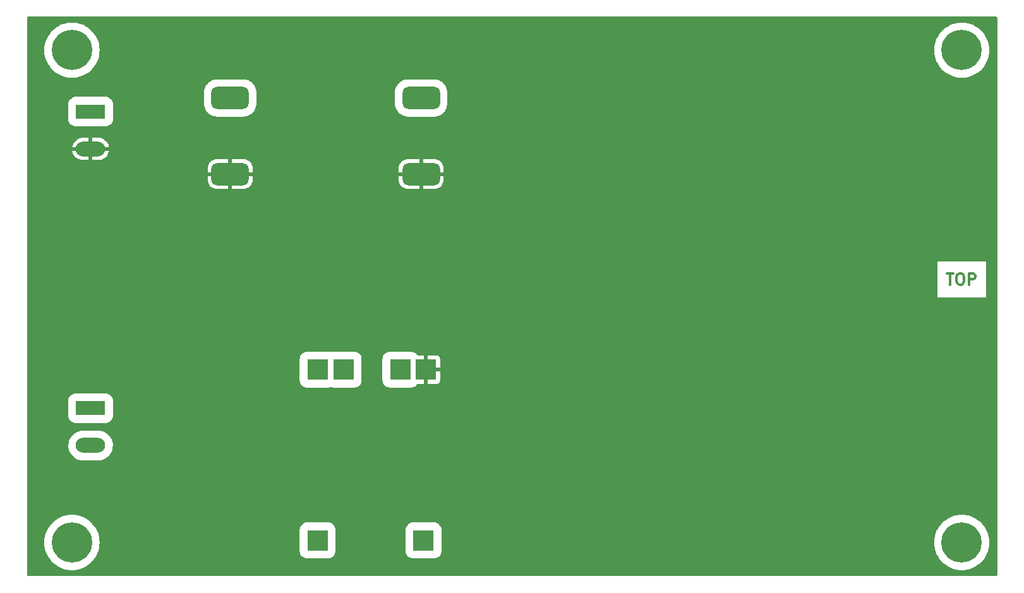
<source format=gbr>
%TF.GenerationSoftware,KiCad,Pcbnew,(6.0.8)*%
%TF.CreationDate,2022-10-31T04:00:38-03:00*%
%TF.ProjectId,pwr_mgmt,7077725f-6d67-46d7-942e-6b696361645f,0*%
%TF.SameCoordinates,Original*%
%TF.FileFunction,Copper,L1,Top*%
%TF.FilePolarity,Positive*%
%FSLAX46Y46*%
G04 Gerber Fmt 4.6, Leading zero omitted, Abs format (unit mm)*
G04 Created by KiCad (PCBNEW (6.0.8)) date 2022-10-31 04:00:38*
%MOMM*%
%LPD*%
G01*
G04 APERTURE LIST*
G04 Aperture macros list*
%AMRoundRect*
0 Rectangle with rounded corners*
0 $1 Rounding radius*
0 $2 $3 $4 $5 $6 $7 $8 $9 X,Y pos of 4 corners*
0 Add a 4 corners polygon primitive as box body*
4,1,4,$2,$3,$4,$5,$6,$7,$8,$9,$2,$3,0*
0 Add four circle primitives for the rounded corners*
1,1,$1+$1,$2,$3*
1,1,$1+$1,$4,$5*
1,1,$1+$1,$6,$7*
1,1,$1+$1,$8,$9*
0 Add four rect primitives between the rounded corners*
20,1,$1+$1,$2,$3,$4,$5,0*
20,1,$1+$1,$4,$5,$6,$7,0*
20,1,$1+$1,$6,$7,$8,$9,0*
20,1,$1+$1,$8,$9,$2,$3,0*%
G04 Aperture macros list end*
%ADD10C,0.300000*%
%TA.AperFunction,NonConductor*%
%ADD11C,0.300000*%
%TD*%
%TA.AperFunction,ComponentPad*%
%ADD12C,5.400000*%
%TD*%
%TA.AperFunction,ComponentPad*%
%ADD13RoundRect,0.750000X-1.750000X-0.750000X1.750000X-0.750000X1.750000X0.750000X-1.750000X0.750000X0*%
%TD*%
%TA.AperFunction,ComponentPad*%
%ADD14R,3.960000X1.980000*%
%TD*%
%TA.AperFunction,ComponentPad*%
%ADD15O,3.960000X1.980000*%
%TD*%
%TA.AperFunction,ComponentPad*%
%ADD16R,2.800000X2.800000*%
%TD*%
%TA.AperFunction,Conductor*%
%ADD17C,0.760000*%
%TD*%
G04 APERTURE END LIST*
D10*
D11*
X235785714Y-116928571D02*
X236642857Y-116928571D01*
X236214285Y-118428571D02*
X236214285Y-116928571D01*
X237428571Y-116928571D02*
X237714285Y-116928571D01*
X237857142Y-117000000D01*
X238000000Y-117142857D01*
X238071428Y-117428571D01*
X238071428Y-117928571D01*
X238000000Y-118214285D01*
X237857142Y-118357142D01*
X237714285Y-118428571D01*
X237428571Y-118428571D01*
X237285714Y-118357142D01*
X237142857Y-118214285D01*
X237071428Y-117928571D01*
X237071428Y-117428571D01*
X237142857Y-117142857D01*
X237285714Y-117000000D01*
X237428571Y-116928571D01*
X238714285Y-118428571D02*
X238714285Y-116928571D01*
X239285714Y-116928571D01*
X239428571Y-117000000D01*
X239500000Y-117071428D01*
X239571428Y-117214285D01*
X239571428Y-117428571D01*
X239500000Y-117571428D01*
X239428571Y-117642857D01*
X239285714Y-117714285D01*
X238714285Y-117714285D01*
D12*
%TO.P,REF\u002A\u002A,1*%
%TO.N,N/C*%
X118500000Y-87000000D03*
%TD*%
%TO.P,REF\u002A\u002A,1*%
%TO.N,N/C*%
X118500000Y-153000000D03*
%TD*%
%TO.P,REF\u002A\u002A,1*%
%TO.N,N/C*%
X237750000Y-153000000D03*
%TD*%
%TO.P,REF\u002A\u002A,1*%
%TO.N,N/C*%
X237750000Y-87000000D03*
%TD*%
D13*
%TO.P,REF\u002A\u002A,1*%
%TO.N,N/C*%
X165300000Y-93400000D03*
%TO.P,REF\u002A\u002A,2*%
%TO.N,GND*%
X165300000Y-103600000D03*
%TO.P,REF\u002A\u002A,3*%
%TO.N,N/C*%
X139700000Y-93400000D03*
%TO.P,REF\u002A\u002A,4*%
%TO.N,GND*%
X139700000Y-103600000D03*
%TD*%
D14*
%TO.P,REF\u002A\u002A,1*%
%TO.N,N/C*%
X121000000Y-135000000D03*
D15*
%TO.P,REF\u002A\u002A,2*%
X121000000Y-140000000D03*
%TD*%
D16*
%TO.P,USB_CHRG\u002A\u002A,1*%
%TO.N,N/C*%
X151415500Y-152717500D03*
%TO.P,USB_CHRG\u002A\u002A,2*%
X165615500Y-152717500D03*
%TO.P,USB_CHRG\u002A\u002A,3*%
X151415500Y-129817500D03*
%TO.P,USB_CHRG\u002A\u002A,4*%
%TO.N,GND*%
X165915500Y-129817500D03*
%TO.P,USB_CHRG\u002A\u002A,5*%
%TO.N,N/C*%
X154915500Y-129817500D03*
%TO.P,USB_CHRG\u002A\u002A,6*%
X162515500Y-129817500D03*
%TD*%
D14*
%TO.P,REF\u002A\u002A,1*%
%TO.N,N/C*%
X121000000Y-95235000D03*
D15*
%TO.P,REF\u002A\u002A,2*%
%TO.N,GND*%
X121000000Y-100235000D03*
%TD*%
D17*
%TO.N,GND*%
X165915500Y-104215500D02*
X165300000Y-103600000D01*
%TD*%
%TA.AperFunction,Conductor*%
%TO.N,GND*%
G36*
X242442121Y-82520002D02*
G01*
X242488614Y-82573658D01*
X242500000Y-82626000D01*
X242500000Y-157374000D01*
X242479998Y-157442121D01*
X242426342Y-157488614D01*
X242374000Y-157500000D01*
X112626000Y-157500000D01*
X112557879Y-157479998D01*
X112511386Y-157426342D01*
X112500000Y-157374000D01*
X112500000Y-153000000D01*
X114794422Y-153000000D01*
X114814722Y-153387338D01*
X114875398Y-153770433D01*
X114975786Y-154145087D01*
X115114786Y-154507194D01*
X115290875Y-154852789D01*
X115502124Y-155178084D01*
X115746219Y-155479516D01*
X116020484Y-155753781D01*
X116321916Y-155997876D01*
X116647211Y-156209125D01*
X116992806Y-156385214D01*
X117354913Y-156524214D01*
X117729567Y-156624602D01*
X117933201Y-156656854D01*
X118109414Y-156684764D01*
X118109422Y-156684765D01*
X118112662Y-156685278D01*
X118500000Y-156705578D01*
X118887338Y-156685278D01*
X118890578Y-156684765D01*
X118890586Y-156684764D01*
X119066799Y-156656854D01*
X119270433Y-156624602D01*
X119645087Y-156524214D01*
X120007194Y-156385214D01*
X120352789Y-156209125D01*
X120678084Y-155997876D01*
X120979516Y-155753781D01*
X121253781Y-155479516D01*
X121497876Y-155178084D01*
X121709125Y-154852789D01*
X121885214Y-154507194D01*
X122012610Y-154175316D01*
X149015000Y-154175316D01*
X149025734Y-154295587D01*
X149081759Y-154490970D01*
X149175927Y-154671096D01*
X149304391Y-154828609D01*
X149461904Y-154957073D01*
X149642030Y-155051241D01*
X149837413Y-155107266D01*
X149869045Y-155110089D01*
X149954891Y-155117751D01*
X149954897Y-155117751D01*
X149957684Y-155118000D01*
X152873316Y-155118000D01*
X152876103Y-155117751D01*
X152876109Y-155117751D01*
X152961955Y-155110089D01*
X152993587Y-155107266D01*
X153188970Y-155051241D01*
X153369096Y-154957073D01*
X153526609Y-154828609D01*
X153655073Y-154671096D01*
X153749241Y-154490970D01*
X153805266Y-154295587D01*
X153816000Y-154175316D01*
X163215000Y-154175316D01*
X163225734Y-154295587D01*
X163281759Y-154490970D01*
X163375927Y-154671096D01*
X163504391Y-154828609D01*
X163661904Y-154957073D01*
X163842030Y-155051241D01*
X164037413Y-155107266D01*
X164069045Y-155110089D01*
X164154891Y-155117751D01*
X164154897Y-155117751D01*
X164157684Y-155118000D01*
X167073316Y-155118000D01*
X167076103Y-155117751D01*
X167076109Y-155117751D01*
X167161955Y-155110089D01*
X167193587Y-155107266D01*
X167388970Y-155051241D01*
X167569096Y-154957073D01*
X167726609Y-154828609D01*
X167855073Y-154671096D01*
X167949241Y-154490970D01*
X168005266Y-154295587D01*
X168016000Y-154175316D01*
X168016000Y-153000000D01*
X234044422Y-153000000D01*
X234064722Y-153387338D01*
X234125398Y-153770433D01*
X234225786Y-154145087D01*
X234364786Y-154507194D01*
X234540875Y-154852789D01*
X234752124Y-155178084D01*
X234996219Y-155479516D01*
X235270484Y-155753781D01*
X235571916Y-155997876D01*
X235897211Y-156209125D01*
X236242806Y-156385214D01*
X236604913Y-156524214D01*
X236979567Y-156624602D01*
X237183201Y-156656854D01*
X237359414Y-156684764D01*
X237359422Y-156684765D01*
X237362662Y-156685278D01*
X237750000Y-156705578D01*
X238137338Y-156685278D01*
X238140578Y-156684765D01*
X238140586Y-156684764D01*
X238316799Y-156656854D01*
X238520433Y-156624602D01*
X238895087Y-156524214D01*
X239257194Y-156385214D01*
X239602789Y-156209125D01*
X239928084Y-155997876D01*
X240229516Y-155753781D01*
X240503781Y-155479516D01*
X240747876Y-155178084D01*
X240959125Y-154852789D01*
X241135214Y-154507194D01*
X241274214Y-154145087D01*
X241374602Y-153770433D01*
X241435278Y-153387338D01*
X241455578Y-153000000D01*
X241435278Y-152612662D01*
X241374602Y-152229567D01*
X241274214Y-151854913D01*
X241135214Y-151492806D01*
X240959125Y-151147211D01*
X240747876Y-150821916D01*
X240503781Y-150520484D01*
X240229516Y-150246219D01*
X239928084Y-150002124D01*
X239602789Y-149790875D01*
X239257194Y-149614786D01*
X238895087Y-149475786D01*
X238520433Y-149375398D01*
X238316799Y-149343146D01*
X238140586Y-149315236D01*
X238140578Y-149315235D01*
X238137338Y-149314722D01*
X237750000Y-149294422D01*
X237362662Y-149314722D01*
X237359422Y-149315235D01*
X237359414Y-149315236D01*
X237183201Y-149343146D01*
X236979567Y-149375398D01*
X236604913Y-149475786D01*
X236242806Y-149614786D01*
X235897211Y-149790875D01*
X235571916Y-150002124D01*
X235270484Y-150246219D01*
X234996219Y-150520484D01*
X234752124Y-150821916D01*
X234540875Y-151147211D01*
X234364786Y-151492806D01*
X234225786Y-151854913D01*
X234125398Y-152229567D01*
X234064722Y-152612662D01*
X234044422Y-153000000D01*
X168016000Y-153000000D01*
X168016000Y-151259684D01*
X168005266Y-151139413D01*
X167949241Y-150944030D01*
X167855073Y-150763904D01*
X167726609Y-150606391D01*
X167569096Y-150477927D01*
X167388970Y-150383759D01*
X167193587Y-150327734D01*
X167161955Y-150324911D01*
X167076109Y-150317249D01*
X167076103Y-150317249D01*
X167073316Y-150317000D01*
X164157684Y-150317000D01*
X164154897Y-150317249D01*
X164154891Y-150317249D01*
X164069045Y-150324911D01*
X164037413Y-150327734D01*
X163842030Y-150383759D01*
X163661904Y-150477927D01*
X163504391Y-150606391D01*
X163375927Y-150763904D01*
X163281759Y-150944030D01*
X163225734Y-151139413D01*
X163215000Y-151259684D01*
X163215000Y-154175316D01*
X153816000Y-154175316D01*
X153816000Y-151259684D01*
X153805266Y-151139413D01*
X153749241Y-150944030D01*
X153655073Y-150763904D01*
X153526609Y-150606391D01*
X153369096Y-150477927D01*
X153188970Y-150383759D01*
X152993587Y-150327734D01*
X152961955Y-150324911D01*
X152876109Y-150317249D01*
X152876103Y-150317249D01*
X152873316Y-150317000D01*
X149957684Y-150317000D01*
X149954897Y-150317249D01*
X149954891Y-150317249D01*
X149869045Y-150324911D01*
X149837413Y-150327734D01*
X149642030Y-150383759D01*
X149461904Y-150477927D01*
X149304391Y-150606391D01*
X149175927Y-150763904D01*
X149081759Y-150944030D01*
X149025734Y-151139413D01*
X149015000Y-151259684D01*
X149015000Y-154175316D01*
X122012610Y-154175316D01*
X122024214Y-154145087D01*
X122124602Y-153770433D01*
X122185278Y-153387338D01*
X122205578Y-153000000D01*
X122185278Y-152612662D01*
X122124602Y-152229567D01*
X122024214Y-151854913D01*
X121885214Y-151492806D01*
X121709125Y-151147211D01*
X121497876Y-150821916D01*
X121253781Y-150520484D01*
X120979516Y-150246219D01*
X120678084Y-150002124D01*
X120352789Y-149790875D01*
X120007194Y-149614786D01*
X119645087Y-149475786D01*
X119270433Y-149375398D01*
X119066799Y-149343146D01*
X118890586Y-149315236D01*
X118890578Y-149315235D01*
X118887338Y-149314722D01*
X118500000Y-149294422D01*
X118112662Y-149314722D01*
X118109422Y-149315235D01*
X118109414Y-149315236D01*
X117933201Y-149343146D01*
X117729567Y-149375398D01*
X117354913Y-149475786D01*
X116992806Y-149614786D01*
X116647211Y-149790875D01*
X116321916Y-150002124D01*
X116020484Y-150246219D01*
X115746219Y-150520484D01*
X115502124Y-150821916D01*
X115290875Y-151147211D01*
X115114786Y-151492806D01*
X114975786Y-151854913D01*
X114875398Y-152229567D01*
X114814722Y-152612662D01*
X114794422Y-153000000D01*
X112500000Y-153000000D01*
X112500000Y-139968655D01*
X118014661Y-139968655D01*
X118014905Y-139973090D01*
X118014905Y-139973094D01*
X118017867Y-140026906D01*
X118030151Y-140250113D01*
X118085144Y-140526581D01*
X118178543Y-140792542D01*
X118308484Y-141042690D01*
X118472375Y-141272034D01*
X118666946Y-141475997D01*
X118888315Y-141650510D01*
X119132064Y-141792090D01*
X119136181Y-141793758D01*
X119136188Y-141793761D01*
X119389197Y-141896240D01*
X119393330Y-141897914D01*
X119666901Y-141965869D01*
X119907301Y-141990500D01*
X122061817Y-141990500D01*
X122271180Y-141975676D01*
X122275535Y-141974738D01*
X122275538Y-141974738D01*
X122542403Y-141917284D01*
X122542405Y-141917284D01*
X122546750Y-141916348D01*
X122811212Y-141818783D01*
X123059288Y-141684928D01*
X123286029Y-141517455D01*
X123486910Y-141319704D01*
X123657925Y-141095622D01*
X123795659Y-140849679D01*
X123897366Y-140586782D01*
X123912332Y-140522217D01*
X123960010Y-140316517D01*
X123961016Y-140312178D01*
X123985339Y-140031345D01*
X123985095Y-140026906D01*
X123970094Y-139754330D01*
X123970093Y-139754323D01*
X123969849Y-139749887D01*
X123914856Y-139473419D01*
X123821457Y-139207458D01*
X123691516Y-138957310D01*
X123527625Y-138727966D01*
X123333054Y-138524003D01*
X123111685Y-138349490D01*
X122867936Y-138207910D01*
X122863819Y-138206242D01*
X122863812Y-138206239D01*
X122610803Y-138103760D01*
X122610802Y-138103760D01*
X122606670Y-138102086D01*
X122333099Y-138034131D01*
X122092699Y-138009500D01*
X119938183Y-138009500D01*
X119728820Y-138024324D01*
X119724465Y-138025262D01*
X119724462Y-138025262D01*
X119457597Y-138082716D01*
X119457595Y-138082716D01*
X119453250Y-138083652D01*
X119188788Y-138181217D01*
X118940712Y-138315072D01*
X118713971Y-138482545D01*
X118513090Y-138680296D01*
X118342075Y-138904378D01*
X118204341Y-139150321D01*
X118102634Y-139413218D01*
X118101631Y-139417543D01*
X118101630Y-139417548D01*
X118066578Y-139568772D01*
X118038984Y-139687822D01*
X118014661Y-139968655D01*
X112500000Y-139968655D01*
X112500000Y-136047816D01*
X118019500Y-136047816D01*
X118030234Y-136168087D01*
X118086259Y-136363470D01*
X118180427Y-136543596D01*
X118308891Y-136701109D01*
X118466404Y-136829573D01*
X118646530Y-136923741D01*
X118841913Y-136979766D01*
X118873545Y-136982589D01*
X118959391Y-136990251D01*
X118959397Y-136990251D01*
X118962184Y-136990500D01*
X123037816Y-136990500D01*
X123040603Y-136990251D01*
X123040609Y-136990251D01*
X123126455Y-136982589D01*
X123158087Y-136979766D01*
X123353470Y-136923741D01*
X123533596Y-136829573D01*
X123691109Y-136701109D01*
X123819573Y-136543596D01*
X123913741Y-136363470D01*
X123969766Y-136168087D01*
X123980500Y-136047816D01*
X123980500Y-133952184D01*
X123969766Y-133831913D01*
X123913741Y-133636530D01*
X123819573Y-133456404D01*
X123691109Y-133298891D01*
X123533596Y-133170427D01*
X123353470Y-133076259D01*
X123158087Y-133020234D01*
X123126455Y-133017411D01*
X123040609Y-133009749D01*
X123040603Y-133009749D01*
X123037816Y-133009500D01*
X118962184Y-133009500D01*
X118959397Y-133009749D01*
X118959391Y-133009749D01*
X118873545Y-133017411D01*
X118841913Y-133020234D01*
X118646530Y-133076259D01*
X118466404Y-133170427D01*
X118308891Y-133298891D01*
X118180427Y-133456404D01*
X118086259Y-133636530D01*
X118030234Y-133831913D01*
X118019500Y-133952184D01*
X118019500Y-136047816D01*
X112500000Y-136047816D01*
X112500000Y-131275316D01*
X149015000Y-131275316D01*
X149025734Y-131395587D01*
X149081759Y-131590970D01*
X149175927Y-131771096D01*
X149304391Y-131928609D01*
X149461904Y-132057073D01*
X149642030Y-132151241D01*
X149837413Y-132207266D01*
X149869045Y-132210089D01*
X149954891Y-132217751D01*
X149954897Y-132217751D01*
X149957684Y-132218000D01*
X152873316Y-132218000D01*
X152876103Y-132217751D01*
X152876109Y-132217751D01*
X152961955Y-132210089D01*
X152993587Y-132207266D01*
X153045476Y-132192387D01*
X153130770Y-132167930D01*
X153200230Y-132167930D01*
X153285524Y-132192387D01*
X153337413Y-132207266D01*
X153369045Y-132210089D01*
X153454891Y-132217751D01*
X153454897Y-132217751D01*
X153457684Y-132218000D01*
X156373316Y-132218000D01*
X156376103Y-132217751D01*
X156376109Y-132217751D01*
X156461955Y-132210089D01*
X156493587Y-132207266D01*
X156688970Y-132151241D01*
X156869096Y-132057073D01*
X157026609Y-131928609D01*
X157155073Y-131771096D01*
X157249241Y-131590970D01*
X157305266Y-131395587D01*
X157316000Y-131275316D01*
X160115000Y-131275316D01*
X160125734Y-131395587D01*
X160181759Y-131590970D01*
X160275927Y-131771096D01*
X160404391Y-131928609D01*
X160561904Y-132057073D01*
X160742030Y-132151241D01*
X160937413Y-132207266D01*
X160969045Y-132210089D01*
X161054891Y-132217751D01*
X161054897Y-132217751D01*
X161057684Y-132218000D01*
X163973316Y-132218000D01*
X163976103Y-132217751D01*
X163976109Y-132217751D01*
X164061955Y-132210089D01*
X164093587Y-132207266D01*
X164288970Y-132151241D01*
X164469096Y-132057073D01*
X164626609Y-131928609D01*
X164754447Y-131771864D01*
X164813002Y-131731716D01*
X164852090Y-131725500D01*
X165643385Y-131725500D01*
X165658624Y-131721025D01*
X165659829Y-131719635D01*
X165661500Y-131711952D01*
X165661500Y-131707384D01*
X166169500Y-131707384D01*
X166173975Y-131722623D01*
X166175365Y-131723828D01*
X166183048Y-131725499D01*
X167360169Y-131725499D01*
X167366990Y-131725129D01*
X167417852Y-131719605D01*
X167433104Y-131715979D01*
X167553554Y-131670824D01*
X167569149Y-131662286D01*
X167671224Y-131585785D01*
X167683785Y-131573224D01*
X167760286Y-131471149D01*
X167768824Y-131455554D01*
X167813978Y-131335106D01*
X167817605Y-131319851D01*
X167823131Y-131268986D01*
X167823500Y-131262172D01*
X167823500Y-130089615D01*
X167819025Y-130074376D01*
X167817635Y-130073171D01*
X167809952Y-130071500D01*
X166187615Y-130071500D01*
X166172376Y-130075975D01*
X166171171Y-130077365D01*
X166169500Y-130085048D01*
X166169500Y-131707384D01*
X165661500Y-131707384D01*
X165661500Y-129545385D01*
X166169500Y-129545385D01*
X166173975Y-129560624D01*
X166175365Y-129561829D01*
X166183048Y-129563500D01*
X167805384Y-129563500D01*
X167820623Y-129559025D01*
X167821828Y-129557635D01*
X167823499Y-129549952D01*
X167823499Y-128372831D01*
X167823129Y-128366010D01*
X167817605Y-128315148D01*
X167813979Y-128299896D01*
X167768824Y-128179446D01*
X167760286Y-128163851D01*
X167683785Y-128061776D01*
X167671224Y-128049215D01*
X167569149Y-127972714D01*
X167553554Y-127964176D01*
X167433106Y-127919022D01*
X167417851Y-127915395D01*
X167366986Y-127909869D01*
X167360172Y-127909500D01*
X166187615Y-127909500D01*
X166172376Y-127913975D01*
X166171171Y-127915365D01*
X166169500Y-127923048D01*
X166169500Y-129545385D01*
X165661500Y-129545385D01*
X165661500Y-127927616D01*
X165657025Y-127912377D01*
X165655635Y-127911172D01*
X165647952Y-127909501D01*
X164852090Y-127909501D01*
X164783969Y-127889499D01*
X164754447Y-127863136D01*
X164630642Y-127711335D01*
X164630638Y-127711331D01*
X164626609Y-127706391D01*
X164469096Y-127577927D01*
X164288970Y-127483759D01*
X164093587Y-127427734D01*
X164061955Y-127424911D01*
X163976109Y-127417249D01*
X163976103Y-127417249D01*
X163973316Y-127417000D01*
X161057684Y-127417000D01*
X161054897Y-127417249D01*
X161054891Y-127417249D01*
X160969045Y-127424911D01*
X160937413Y-127427734D01*
X160742030Y-127483759D01*
X160561904Y-127577927D01*
X160404391Y-127706391D01*
X160275927Y-127863904D01*
X160181759Y-128044030D01*
X160125734Y-128239413D01*
X160115000Y-128359684D01*
X160115000Y-131275316D01*
X157316000Y-131275316D01*
X157316000Y-128359684D01*
X157305266Y-128239413D01*
X157249241Y-128044030D01*
X157155073Y-127863904D01*
X157026609Y-127706391D01*
X156869096Y-127577927D01*
X156688970Y-127483759D01*
X156493587Y-127427734D01*
X156461955Y-127424911D01*
X156376109Y-127417249D01*
X156376103Y-127417249D01*
X156373316Y-127417000D01*
X153457684Y-127417000D01*
X153454897Y-127417249D01*
X153454891Y-127417249D01*
X153369045Y-127424911D01*
X153337413Y-127427734D01*
X153285524Y-127442613D01*
X153200230Y-127467070D01*
X153130770Y-127467070D01*
X153045476Y-127442613D01*
X152993587Y-127427734D01*
X152961955Y-127424911D01*
X152876109Y-127417249D01*
X152876103Y-127417249D01*
X152873316Y-127417000D01*
X149957684Y-127417000D01*
X149954897Y-127417249D01*
X149954891Y-127417249D01*
X149869045Y-127424911D01*
X149837413Y-127427734D01*
X149642030Y-127483759D01*
X149461904Y-127577927D01*
X149304391Y-127706391D01*
X149175927Y-127863904D01*
X149081759Y-128044030D01*
X149025734Y-128239413D01*
X149015000Y-128359684D01*
X149015000Y-131275316D01*
X112500000Y-131275316D01*
X112500000Y-120183000D01*
X234492357Y-120183000D01*
X241007643Y-120183000D01*
X241007643Y-115317000D01*
X234492357Y-115317000D01*
X234492357Y-120183000D01*
X112500000Y-120183000D01*
X112500000Y-104409961D01*
X136692001Y-104409961D01*
X136692209Y-104415071D01*
X136703082Y-104548767D01*
X136704852Y-104559320D01*
X136757967Y-104766185D01*
X136761701Y-104776731D01*
X136850510Y-104970705D01*
X136856046Y-104980412D01*
X136977803Y-105155597D01*
X136984976Y-105164176D01*
X137135824Y-105315024D01*
X137144403Y-105322197D01*
X137319588Y-105443954D01*
X137329295Y-105449490D01*
X137523269Y-105538299D01*
X137533815Y-105542033D01*
X137740679Y-105595147D01*
X137751234Y-105596918D01*
X137884930Y-105607793D01*
X137890036Y-105608000D01*
X139427885Y-105608000D01*
X139443124Y-105603525D01*
X139444329Y-105602135D01*
X139446000Y-105594452D01*
X139446000Y-105589884D01*
X139954000Y-105589884D01*
X139958475Y-105605123D01*
X139959865Y-105606328D01*
X139967548Y-105607999D01*
X141509961Y-105607999D01*
X141515071Y-105607791D01*
X141648767Y-105596918D01*
X141659320Y-105595148D01*
X141866185Y-105542033D01*
X141876731Y-105538299D01*
X142070705Y-105449490D01*
X142080412Y-105443954D01*
X142255597Y-105322197D01*
X142264176Y-105315024D01*
X142415024Y-105164176D01*
X142422197Y-105155597D01*
X142543954Y-104980412D01*
X142549490Y-104970705D01*
X142638299Y-104776731D01*
X142642033Y-104766185D01*
X142695147Y-104559321D01*
X142696918Y-104548766D01*
X142707793Y-104415070D01*
X142708000Y-104409964D01*
X142708000Y-104409961D01*
X162292001Y-104409961D01*
X162292209Y-104415071D01*
X162303082Y-104548767D01*
X162304852Y-104559320D01*
X162357967Y-104766185D01*
X162361701Y-104776731D01*
X162450510Y-104970705D01*
X162456046Y-104980412D01*
X162577803Y-105155597D01*
X162584976Y-105164176D01*
X162735824Y-105315024D01*
X162744403Y-105322197D01*
X162919588Y-105443954D01*
X162929295Y-105449490D01*
X163123269Y-105538299D01*
X163133815Y-105542033D01*
X163340679Y-105595147D01*
X163351234Y-105596918D01*
X163484930Y-105607793D01*
X163490036Y-105608000D01*
X165027885Y-105608000D01*
X165043124Y-105603525D01*
X165044329Y-105602135D01*
X165046000Y-105594452D01*
X165046000Y-105589884D01*
X165554000Y-105589884D01*
X165558475Y-105605123D01*
X165559865Y-105606328D01*
X165567548Y-105607999D01*
X167109961Y-105607999D01*
X167115071Y-105607791D01*
X167248767Y-105596918D01*
X167259320Y-105595148D01*
X167466185Y-105542033D01*
X167476731Y-105538299D01*
X167670705Y-105449490D01*
X167680412Y-105443954D01*
X167855597Y-105322197D01*
X167864176Y-105315024D01*
X168015024Y-105164176D01*
X168022197Y-105155597D01*
X168143954Y-104980412D01*
X168149490Y-104970705D01*
X168238299Y-104776731D01*
X168242033Y-104766185D01*
X168295147Y-104559321D01*
X168296918Y-104548766D01*
X168307793Y-104415070D01*
X168308000Y-104409964D01*
X168308000Y-103872115D01*
X168303525Y-103856876D01*
X168302135Y-103855671D01*
X168294452Y-103854000D01*
X165572115Y-103854000D01*
X165556876Y-103858475D01*
X165555671Y-103859865D01*
X165554000Y-103867548D01*
X165554000Y-105589884D01*
X165046000Y-105589884D01*
X165046000Y-103872115D01*
X165041525Y-103856876D01*
X165040135Y-103855671D01*
X165032452Y-103854000D01*
X162310116Y-103854000D01*
X162294877Y-103858475D01*
X162293672Y-103859865D01*
X162292001Y-103867548D01*
X162292001Y-104409961D01*
X142708000Y-104409961D01*
X142708000Y-103872115D01*
X142703525Y-103856876D01*
X142702135Y-103855671D01*
X142694452Y-103854000D01*
X139972115Y-103854000D01*
X139956876Y-103858475D01*
X139955671Y-103859865D01*
X139954000Y-103867548D01*
X139954000Y-105589884D01*
X139446000Y-105589884D01*
X139446000Y-103872115D01*
X139441525Y-103856876D01*
X139440135Y-103855671D01*
X139432452Y-103854000D01*
X136710116Y-103854000D01*
X136694877Y-103858475D01*
X136693672Y-103859865D01*
X136692001Y-103867548D01*
X136692001Y-104409961D01*
X112500000Y-104409961D01*
X112500000Y-103327885D01*
X136692000Y-103327885D01*
X136696475Y-103343124D01*
X136697865Y-103344329D01*
X136705548Y-103346000D01*
X139427885Y-103346000D01*
X139443124Y-103341525D01*
X139444329Y-103340135D01*
X139446000Y-103332452D01*
X139446000Y-103327885D01*
X139954000Y-103327885D01*
X139958475Y-103343124D01*
X139959865Y-103344329D01*
X139967548Y-103346000D01*
X142689884Y-103346000D01*
X142705123Y-103341525D01*
X142706328Y-103340135D01*
X142707999Y-103332452D01*
X142707999Y-103327885D01*
X162292000Y-103327885D01*
X162296475Y-103343124D01*
X162297865Y-103344329D01*
X162305548Y-103346000D01*
X165027885Y-103346000D01*
X165043124Y-103341525D01*
X165044329Y-103340135D01*
X165046000Y-103332452D01*
X165046000Y-103327885D01*
X165554000Y-103327885D01*
X165558475Y-103343124D01*
X165559865Y-103344329D01*
X165567548Y-103346000D01*
X168289884Y-103346000D01*
X168305123Y-103341525D01*
X168306328Y-103340135D01*
X168307999Y-103332452D01*
X168307999Y-102790039D01*
X168307791Y-102784929D01*
X168296918Y-102651233D01*
X168295148Y-102640680D01*
X168242033Y-102433815D01*
X168238299Y-102423269D01*
X168149490Y-102229295D01*
X168143954Y-102219588D01*
X168022197Y-102044403D01*
X168015024Y-102035824D01*
X167864176Y-101884976D01*
X167855597Y-101877803D01*
X167680412Y-101756046D01*
X167670705Y-101750510D01*
X167476731Y-101661701D01*
X167466185Y-101657967D01*
X167259321Y-101604853D01*
X167248766Y-101603082D01*
X167115070Y-101592207D01*
X167109964Y-101592000D01*
X165572115Y-101592000D01*
X165556876Y-101596475D01*
X165555671Y-101597865D01*
X165554000Y-101605548D01*
X165554000Y-103327885D01*
X165046000Y-103327885D01*
X165046000Y-101610116D01*
X165041525Y-101594877D01*
X165040135Y-101593672D01*
X165032452Y-101592001D01*
X163490039Y-101592001D01*
X163484929Y-101592209D01*
X163351233Y-101603082D01*
X163340680Y-101604852D01*
X163133815Y-101657967D01*
X163123269Y-101661701D01*
X162929295Y-101750510D01*
X162919588Y-101756046D01*
X162744403Y-101877803D01*
X162735824Y-101884976D01*
X162584976Y-102035824D01*
X162577803Y-102044403D01*
X162456046Y-102219588D01*
X162450510Y-102229295D01*
X162361701Y-102423269D01*
X162357967Y-102433815D01*
X162304853Y-102640679D01*
X162303082Y-102651234D01*
X162292207Y-102784930D01*
X162292000Y-102790036D01*
X162292000Y-103327885D01*
X142707999Y-103327885D01*
X142707999Y-102790039D01*
X142707791Y-102784929D01*
X142696918Y-102651233D01*
X142695148Y-102640680D01*
X142642033Y-102433815D01*
X142638299Y-102423269D01*
X142549490Y-102229295D01*
X142543954Y-102219588D01*
X142422197Y-102044403D01*
X142415024Y-102035824D01*
X142264176Y-101884976D01*
X142255597Y-101877803D01*
X142080412Y-101756046D01*
X142070705Y-101750510D01*
X141876731Y-101661701D01*
X141866185Y-101657967D01*
X141659321Y-101604853D01*
X141648766Y-101603082D01*
X141515070Y-101592207D01*
X141509964Y-101592000D01*
X139972115Y-101592000D01*
X139956876Y-101596475D01*
X139955671Y-101597865D01*
X139954000Y-101605548D01*
X139954000Y-103327885D01*
X139446000Y-103327885D01*
X139446000Y-101610116D01*
X139441525Y-101594877D01*
X139440135Y-101593672D01*
X139432452Y-101592001D01*
X137890039Y-101592001D01*
X137884929Y-101592209D01*
X137751233Y-101603082D01*
X137740680Y-101604852D01*
X137533815Y-101657967D01*
X137523269Y-101661701D01*
X137329295Y-101750510D01*
X137319588Y-101756046D01*
X137144403Y-101877803D01*
X137135824Y-101884976D01*
X136984976Y-102035824D01*
X136977803Y-102044403D01*
X136856046Y-102219588D01*
X136850510Y-102229295D01*
X136761701Y-102423269D01*
X136757967Y-102433815D01*
X136704853Y-102640679D01*
X136703082Y-102651234D01*
X136692207Y-102784930D01*
X136692000Y-102790036D01*
X136692000Y-103327885D01*
X112500000Y-103327885D01*
X112500000Y-100507194D01*
X118536135Y-100507194D01*
X118547006Y-100578236D01*
X118549395Y-100588263D01*
X118622709Y-100812570D01*
X118626706Y-100822079D01*
X118735669Y-101031395D01*
X118741163Y-101040120D01*
X118882854Y-101228835D01*
X118889697Y-101236542D01*
X119060310Y-101399584D01*
X119068316Y-101406067D01*
X119263274Y-101539057D01*
X119272226Y-101544143D01*
X119486285Y-101643506D01*
X119495945Y-101647060D01*
X119723369Y-101710130D01*
X119733473Y-101712057D01*
X119926102Y-101732644D01*
X119932794Y-101733000D01*
X120727885Y-101733000D01*
X120743124Y-101728525D01*
X120744329Y-101727135D01*
X120746000Y-101719452D01*
X120746000Y-101714885D01*
X121254000Y-101714885D01*
X121258475Y-101730124D01*
X121259865Y-101731329D01*
X121267548Y-101733000D01*
X122049857Y-101733000D01*
X122055030Y-101732788D01*
X122230350Y-101718374D01*
X122240512Y-101716691D01*
X122469396Y-101659200D01*
X122479151Y-101655879D01*
X122695557Y-101561782D01*
X122704655Y-101556904D01*
X122902787Y-101428727D01*
X122910956Y-101422437D01*
X123085501Y-101263613D01*
X123092526Y-101256080D01*
X123238787Y-101070880D01*
X123244492Y-101062293D01*
X123358536Y-100855703D01*
X123362766Y-100846291D01*
X123441539Y-100623844D01*
X123444173Y-100613873D01*
X123463239Y-100506837D01*
X123461779Y-100493540D01*
X123447222Y-100489000D01*
X121272115Y-100489000D01*
X121256876Y-100493475D01*
X121255671Y-100494865D01*
X121254000Y-100502548D01*
X121254000Y-101714885D01*
X120746000Y-101714885D01*
X120746000Y-100507115D01*
X120741525Y-100491876D01*
X120740135Y-100490671D01*
X120732452Y-100489000D01*
X118551466Y-100489000D01*
X118538122Y-100492918D01*
X118536135Y-100507194D01*
X112500000Y-100507194D01*
X112500000Y-99963163D01*
X118536761Y-99963163D01*
X118538221Y-99976460D01*
X118552778Y-99981000D01*
X120727885Y-99981000D01*
X120743124Y-99976525D01*
X120744329Y-99975135D01*
X120746000Y-99967452D01*
X120746000Y-99962885D01*
X121254000Y-99962885D01*
X121258475Y-99978124D01*
X121259865Y-99979329D01*
X121267548Y-99981000D01*
X123448534Y-99981000D01*
X123461878Y-99977082D01*
X123463865Y-99962806D01*
X123452994Y-99891764D01*
X123450605Y-99881737D01*
X123377291Y-99657430D01*
X123373294Y-99647921D01*
X123264331Y-99438605D01*
X123258837Y-99429880D01*
X123117146Y-99241165D01*
X123110303Y-99233458D01*
X122939690Y-99070416D01*
X122931684Y-99063933D01*
X122736726Y-98930943D01*
X122727774Y-98925857D01*
X122513715Y-98826494D01*
X122504055Y-98822940D01*
X122276631Y-98759870D01*
X122266527Y-98757943D01*
X122073898Y-98737356D01*
X122067206Y-98737000D01*
X121272115Y-98737000D01*
X121256876Y-98741475D01*
X121255671Y-98742865D01*
X121254000Y-98750548D01*
X121254000Y-99962885D01*
X120746000Y-99962885D01*
X120746000Y-98755115D01*
X120741525Y-98739876D01*
X120740135Y-98738671D01*
X120732452Y-98737000D01*
X119950143Y-98737000D01*
X119944970Y-98737212D01*
X119769650Y-98751626D01*
X119759488Y-98753309D01*
X119530604Y-98810800D01*
X119520849Y-98814121D01*
X119304443Y-98908218D01*
X119295345Y-98913096D01*
X119097213Y-99041273D01*
X119089044Y-99047563D01*
X118914499Y-99206387D01*
X118907474Y-99213920D01*
X118761213Y-99399120D01*
X118755508Y-99407707D01*
X118641464Y-99614297D01*
X118637234Y-99623709D01*
X118558461Y-99846156D01*
X118555827Y-99856127D01*
X118536761Y-99963163D01*
X112500000Y-99963163D01*
X112500000Y-96282816D01*
X118019500Y-96282816D01*
X118030234Y-96403087D01*
X118086259Y-96598470D01*
X118180427Y-96778596D01*
X118308891Y-96936109D01*
X118466404Y-97064573D01*
X118646530Y-97158741D01*
X118841913Y-97214766D01*
X118873545Y-97217589D01*
X118959391Y-97225251D01*
X118959397Y-97225251D01*
X118962184Y-97225500D01*
X123037816Y-97225500D01*
X123040603Y-97225251D01*
X123040609Y-97225251D01*
X123126455Y-97217589D01*
X123158087Y-97214766D01*
X123353470Y-97158741D01*
X123533596Y-97064573D01*
X123691109Y-96936109D01*
X123819573Y-96778596D01*
X123913741Y-96598470D01*
X123969766Y-96403087D01*
X123980500Y-96282816D01*
X123980500Y-94187184D01*
X123969766Y-94066913D01*
X123913741Y-93871530D01*
X123819573Y-93691404D01*
X123691109Y-93533891D01*
X123533596Y-93405427D01*
X123353470Y-93311259D01*
X123158087Y-93255234D01*
X123126455Y-93252411D01*
X123040609Y-93244749D01*
X123040603Y-93244749D01*
X123037816Y-93244500D01*
X118962184Y-93244500D01*
X118959397Y-93244749D01*
X118959391Y-93244749D01*
X118873545Y-93252411D01*
X118841913Y-93255234D01*
X118646530Y-93311259D01*
X118466404Y-93405427D01*
X118308891Y-93533891D01*
X118180427Y-93691404D01*
X118086259Y-93871530D01*
X118030234Y-94066913D01*
X118019500Y-94187184D01*
X118019500Y-96282816D01*
X112500000Y-96282816D01*
X112500000Y-92566151D01*
X136199500Y-92566151D01*
X136199501Y-94233848D01*
X136206940Y-94357847D01*
X136256808Y-94613205D01*
X136343872Y-94858387D01*
X136466221Y-95088006D01*
X136469003Y-95091759D01*
X136469005Y-95091762D01*
X136618386Y-95293272D01*
X136618390Y-95293277D01*
X136621165Y-95297020D01*
X136624463Y-95300313D01*
X136624468Y-95300318D01*
X136799989Y-95475532D01*
X136805301Y-95480835D01*
X137014585Y-95635414D01*
X137018712Y-95637604D01*
X137018714Y-95637605D01*
X137237950Y-95753929D01*
X137244418Y-95757361D01*
X137356088Y-95796796D01*
X137485341Y-95842441D01*
X137485345Y-95842442D01*
X137489751Y-95843998D01*
X137494335Y-95844885D01*
X137494339Y-95844886D01*
X137657575Y-95876468D01*
X137745195Y-95893420D01*
X137866151Y-95900500D01*
X139664119Y-95900500D01*
X141533848Y-95900499D01*
X141610631Y-95895893D01*
X141653665Y-95893311D01*
X141653667Y-95893311D01*
X141657847Y-95893060D01*
X141913205Y-95843192D01*
X141917610Y-95841628D01*
X141917613Y-95841627D01*
X142051493Y-95794086D01*
X142158387Y-95756128D01*
X142388006Y-95633779D01*
X142391762Y-95630995D01*
X142593272Y-95481614D01*
X142593277Y-95481610D01*
X142597020Y-95478835D01*
X142600313Y-95475537D01*
X142600318Y-95475532D01*
X142777532Y-95298008D01*
X142777533Y-95298006D01*
X142780835Y-95294699D01*
X142935414Y-95085415D01*
X143057361Y-94855582D01*
X143096796Y-94743912D01*
X143142441Y-94614659D01*
X143142442Y-94614655D01*
X143143998Y-94610249D01*
X143193420Y-94354805D01*
X143200500Y-94233849D01*
X143200499Y-92566152D01*
X143200499Y-92566151D01*
X161799500Y-92566151D01*
X161799501Y-94233848D01*
X161806940Y-94357847D01*
X161856808Y-94613205D01*
X161943872Y-94858387D01*
X162066221Y-95088006D01*
X162069003Y-95091759D01*
X162069005Y-95091762D01*
X162218386Y-95293272D01*
X162218390Y-95293277D01*
X162221165Y-95297020D01*
X162224463Y-95300313D01*
X162224468Y-95300318D01*
X162399989Y-95475532D01*
X162405301Y-95480835D01*
X162614585Y-95635414D01*
X162618712Y-95637604D01*
X162618714Y-95637605D01*
X162837950Y-95753929D01*
X162844418Y-95757361D01*
X162956088Y-95796796D01*
X163085341Y-95842441D01*
X163085345Y-95842442D01*
X163089751Y-95843998D01*
X163094335Y-95844885D01*
X163094339Y-95844886D01*
X163257575Y-95876468D01*
X163345195Y-95893420D01*
X163466151Y-95900500D01*
X165264119Y-95900500D01*
X167133848Y-95900499D01*
X167210631Y-95895893D01*
X167253665Y-95893311D01*
X167253667Y-95893311D01*
X167257847Y-95893060D01*
X167513205Y-95843192D01*
X167517610Y-95841628D01*
X167517613Y-95841627D01*
X167651493Y-95794086D01*
X167758387Y-95756128D01*
X167988006Y-95633779D01*
X167991762Y-95630995D01*
X168193272Y-95481614D01*
X168193277Y-95481610D01*
X168197020Y-95478835D01*
X168200313Y-95475537D01*
X168200318Y-95475532D01*
X168377532Y-95298008D01*
X168377533Y-95298006D01*
X168380835Y-95294699D01*
X168535414Y-95085415D01*
X168657361Y-94855582D01*
X168696796Y-94743912D01*
X168742441Y-94614659D01*
X168742442Y-94614655D01*
X168743998Y-94610249D01*
X168793420Y-94354805D01*
X168800500Y-94233849D01*
X168800499Y-92566152D01*
X168793060Y-92442153D01*
X168743192Y-92186795D01*
X168656128Y-91941613D01*
X168533779Y-91711994D01*
X168383346Y-91509065D01*
X168381614Y-91506728D01*
X168381610Y-91506723D01*
X168378835Y-91502980D01*
X168375537Y-91499687D01*
X168375532Y-91499682D01*
X168198008Y-91322468D01*
X168198006Y-91322467D01*
X168194699Y-91319165D01*
X167985415Y-91164586D01*
X167981286Y-91162395D01*
X167759708Y-91044828D01*
X167759706Y-91044827D01*
X167755582Y-91042639D01*
X167643912Y-91003204D01*
X167514659Y-90957559D01*
X167514655Y-90957558D01*
X167510249Y-90956002D01*
X167505665Y-90955115D01*
X167505661Y-90955114D01*
X167342425Y-90923532D01*
X167254805Y-90906580D01*
X167133849Y-90899500D01*
X165335881Y-90899500D01*
X163466152Y-90899501D01*
X163389369Y-90904107D01*
X163346335Y-90906689D01*
X163346333Y-90906689D01*
X163342153Y-90906940D01*
X163086795Y-90956808D01*
X163082390Y-90958372D01*
X163082387Y-90958373D01*
X162948507Y-91005914D01*
X162841613Y-91043872D01*
X162611994Y-91166221D01*
X162608241Y-91169003D01*
X162608238Y-91169005D01*
X162406728Y-91318386D01*
X162406723Y-91318390D01*
X162402980Y-91321165D01*
X162399687Y-91324463D01*
X162399682Y-91324468D01*
X162224774Y-91499682D01*
X162219165Y-91505301D01*
X162064586Y-91714585D01*
X161942639Y-91944418D01*
X161941083Y-91948825D01*
X161858603Y-92182387D01*
X161856002Y-92189751D01*
X161806580Y-92445195D01*
X161799500Y-92566151D01*
X143200499Y-92566151D01*
X143193060Y-92442153D01*
X143143192Y-92186795D01*
X143056128Y-91941613D01*
X142933779Y-91711994D01*
X142783346Y-91509065D01*
X142781614Y-91506728D01*
X142781610Y-91506723D01*
X142778835Y-91502980D01*
X142775537Y-91499687D01*
X142775532Y-91499682D01*
X142598008Y-91322468D01*
X142598006Y-91322467D01*
X142594699Y-91319165D01*
X142385415Y-91164586D01*
X142381286Y-91162395D01*
X142159708Y-91044828D01*
X142159706Y-91044827D01*
X142155582Y-91042639D01*
X142043912Y-91003204D01*
X141914659Y-90957559D01*
X141914655Y-90957558D01*
X141910249Y-90956002D01*
X141905665Y-90955115D01*
X141905661Y-90955114D01*
X141742425Y-90923532D01*
X141654805Y-90906580D01*
X141533849Y-90899500D01*
X139735881Y-90899500D01*
X137866152Y-90899501D01*
X137789369Y-90904107D01*
X137746335Y-90906689D01*
X137746333Y-90906689D01*
X137742153Y-90906940D01*
X137486795Y-90956808D01*
X137482390Y-90958372D01*
X137482387Y-90958373D01*
X137348507Y-91005914D01*
X137241613Y-91043872D01*
X137011994Y-91166221D01*
X137008241Y-91169003D01*
X137008238Y-91169005D01*
X136806728Y-91318386D01*
X136806723Y-91318390D01*
X136802980Y-91321165D01*
X136799687Y-91324463D01*
X136799682Y-91324468D01*
X136624774Y-91499682D01*
X136619165Y-91505301D01*
X136464586Y-91714585D01*
X136342639Y-91944418D01*
X136341083Y-91948825D01*
X136258603Y-92182387D01*
X136256002Y-92189751D01*
X136206580Y-92445195D01*
X136199500Y-92566151D01*
X112500000Y-92566151D01*
X112500000Y-87000000D01*
X114794422Y-87000000D01*
X114814722Y-87387338D01*
X114875398Y-87770433D01*
X114975786Y-88145087D01*
X115114786Y-88507194D01*
X115290875Y-88852789D01*
X115502124Y-89178084D01*
X115746219Y-89479516D01*
X116020484Y-89753781D01*
X116321916Y-89997876D01*
X116647211Y-90209125D01*
X116992806Y-90385214D01*
X117354913Y-90524214D01*
X117729567Y-90624602D01*
X117933201Y-90656854D01*
X118109414Y-90684764D01*
X118109422Y-90684765D01*
X118112662Y-90685278D01*
X118500000Y-90705578D01*
X118887338Y-90685278D01*
X118890578Y-90684765D01*
X118890586Y-90684764D01*
X119066799Y-90656854D01*
X119270433Y-90624602D01*
X119645087Y-90524214D01*
X120007194Y-90385214D01*
X120352789Y-90209125D01*
X120678084Y-89997876D01*
X120979516Y-89753781D01*
X121253781Y-89479516D01*
X121497876Y-89178084D01*
X121709125Y-88852789D01*
X121885214Y-88507194D01*
X122024214Y-88145087D01*
X122124602Y-87770433D01*
X122185278Y-87387338D01*
X122205578Y-87000000D01*
X234044422Y-87000000D01*
X234064722Y-87387338D01*
X234125398Y-87770433D01*
X234225786Y-88145087D01*
X234364786Y-88507194D01*
X234540875Y-88852789D01*
X234752124Y-89178084D01*
X234996219Y-89479516D01*
X235270484Y-89753781D01*
X235571916Y-89997876D01*
X235897211Y-90209125D01*
X236242806Y-90385214D01*
X236604913Y-90524214D01*
X236979567Y-90624602D01*
X237183201Y-90656854D01*
X237359414Y-90684764D01*
X237359422Y-90684765D01*
X237362662Y-90685278D01*
X237750000Y-90705578D01*
X238137338Y-90685278D01*
X238140578Y-90684765D01*
X238140586Y-90684764D01*
X238316799Y-90656854D01*
X238520433Y-90624602D01*
X238895087Y-90524214D01*
X239257194Y-90385214D01*
X239602789Y-90209125D01*
X239928084Y-89997876D01*
X240229516Y-89753781D01*
X240503781Y-89479516D01*
X240747876Y-89178084D01*
X240959125Y-88852789D01*
X241135214Y-88507194D01*
X241274214Y-88145087D01*
X241374602Y-87770433D01*
X241435278Y-87387338D01*
X241455578Y-87000000D01*
X241435278Y-86612662D01*
X241374602Y-86229567D01*
X241274214Y-85854913D01*
X241135214Y-85492806D01*
X240959125Y-85147211D01*
X240747876Y-84821916D01*
X240503781Y-84520484D01*
X240229516Y-84246219D01*
X239928084Y-84002124D01*
X239602789Y-83790875D01*
X239257194Y-83614786D01*
X238895087Y-83475786D01*
X238520433Y-83375398D01*
X238316799Y-83343146D01*
X238140586Y-83315236D01*
X238140578Y-83315235D01*
X238137338Y-83314722D01*
X237750000Y-83294422D01*
X237362662Y-83314722D01*
X237359422Y-83315235D01*
X237359414Y-83315236D01*
X237183201Y-83343146D01*
X236979567Y-83375398D01*
X236604913Y-83475786D01*
X236242806Y-83614786D01*
X235897211Y-83790875D01*
X235571916Y-84002124D01*
X235270484Y-84246219D01*
X234996219Y-84520484D01*
X234752124Y-84821916D01*
X234540875Y-85147211D01*
X234364786Y-85492806D01*
X234225786Y-85854913D01*
X234125398Y-86229567D01*
X234064722Y-86612662D01*
X234044422Y-87000000D01*
X122205578Y-87000000D01*
X122185278Y-86612662D01*
X122124602Y-86229567D01*
X122024214Y-85854913D01*
X121885214Y-85492806D01*
X121709125Y-85147211D01*
X121497876Y-84821916D01*
X121253781Y-84520484D01*
X120979516Y-84246219D01*
X120678084Y-84002124D01*
X120352789Y-83790875D01*
X120007194Y-83614786D01*
X119645087Y-83475786D01*
X119270433Y-83375398D01*
X119066799Y-83343146D01*
X118890586Y-83315236D01*
X118890578Y-83315235D01*
X118887338Y-83314722D01*
X118500000Y-83294422D01*
X118112662Y-83314722D01*
X118109422Y-83315235D01*
X118109414Y-83315236D01*
X117933201Y-83343146D01*
X117729567Y-83375398D01*
X117354913Y-83475786D01*
X116992806Y-83614786D01*
X116647211Y-83790875D01*
X116321916Y-84002124D01*
X116020484Y-84246219D01*
X115746219Y-84520484D01*
X115502124Y-84821916D01*
X115290875Y-85147211D01*
X115114786Y-85492806D01*
X114975786Y-85854913D01*
X114875398Y-86229567D01*
X114814722Y-86612662D01*
X114794422Y-87000000D01*
X112500000Y-87000000D01*
X112500000Y-82626000D01*
X112520002Y-82557879D01*
X112573658Y-82511386D01*
X112626000Y-82500000D01*
X242374000Y-82500000D01*
X242442121Y-82520002D01*
G37*
%TD.AperFunction*%
%TD*%
M02*

</source>
